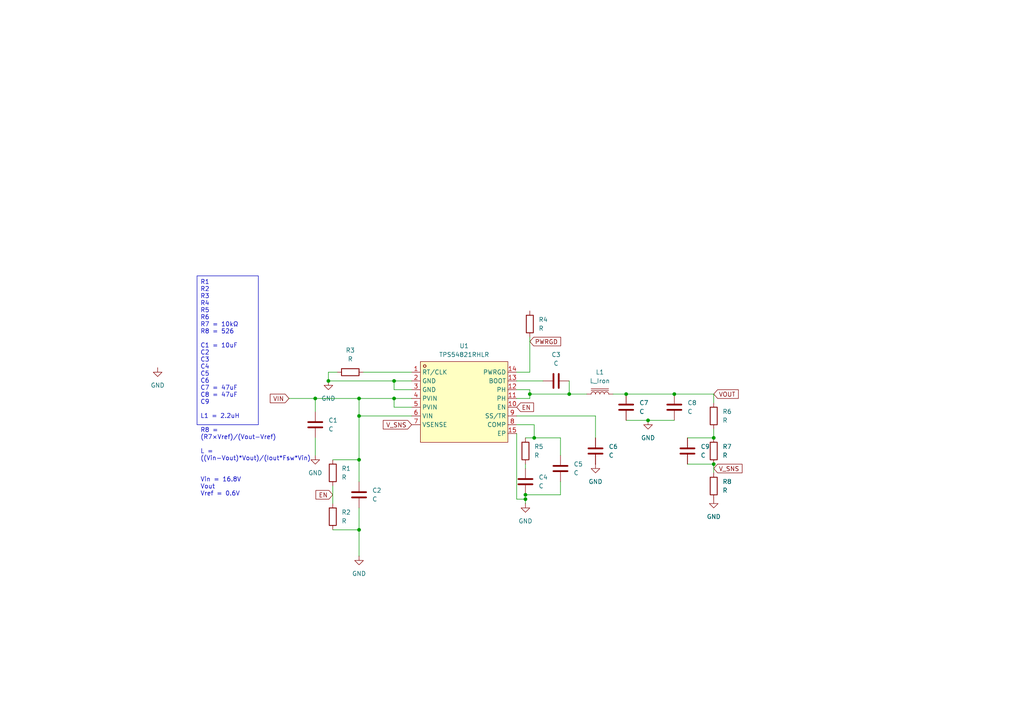
<source format=kicad_sch>
(kicad_sch (version 20231120) (generator "eeschema") (generator_version "8.0")
  (paper "A4")
  (lib_symbols
    (symbol "Device:C" (pin_numbers hide) (pin_names (offset 0.254))
      (property "Reference" "C" (at 0.635 2.54 0))
      (property "Value" "C" (at 0.635 -2.54 0))
      (symbol "C_0_1"
        (polyline (pts (xy -2.032 -0.762) (xy 2.032 -0.762)) (stroke (width 0.508)))
        (polyline (pts (xy -2.032 0.762) (xy 2.032 0.762)) (stroke (width 0.508)))
      )
      (symbol "C_1_1"
        (pin passive line (at 0 3.81 270) (length 2.794) (name "~") (number "1"))
        (pin passive line (at 0 -3.81 90) (length 2.794) (name "~") (number "2"))
      )
    )
    (symbol "Device:L_Iron" (pin_numbers hide) (pin_names (offset 1.016) hide)
      (property "Reference" "L" (at -1.27 0 90))
      (property "Value" "L_Iron" (at 2.794 0 90))
      (symbol "L_Iron_0_1"
        (arc (start 0 -2.54) (mid 0.6323 -1.905) (end 0 -1.27))
        (arc (start 0 -1.27) (mid 0.6323 -0.635) (end 0 0))
        (polyline (pts (xy 1.016 2.54) (xy 1.016 -2.54)))
        (polyline (pts (xy 1.524 -2.54) (xy 1.524 2.54)))
        (arc (start 0 0) (mid 0.6323 0.635) (end 0 1.27))
        (arc (start 0 1.27) (mid 0.6323 1.905) (end 0 2.54))
      )
      (symbol "L_Iron_1_1"
        (pin passive line (at 0 3.81 270) (length 1.27) (name "1") (number "1"))
        (pin passive line (at 0 -3.81 90) (length 1.27) (name "2") (number "2"))
      )
    )
    (symbol "Device:R" (pin_numbers hide) (pin_names (offset 0))
      (property "Reference" "R" (at 2.032 0 90))
      (property "Value" "R" (at 0 0 90))
      (symbol "R_0_1"
        (rectangle (start -1.016 -2.54) (end 1.016 2.54) (stroke (width 0.254)))
      )
      (symbol "R_1_1"
        (pin passive line (at 0 3.81 270) (length 1.27) (name "~") (number "1"))
        (pin passive line (at 0 -3.81 90) (length 1.27) (name "~") (number "2"))
      )
    )
    (symbol "easyeda2kicad:TPS54821RHLR"
      (property "Reference" "U" (at 0 12.7 0))
      (property "Value" "TPS54821RHLR" (at 0 -15.24 0))
      (symbol "TPS54821RHLR_0_1"
        (rectangle (start -12.7 10.67) (end 12.7 -12.7) (fill (type background)))
        (circle (center -11.43 9.4) (radius 0.38))
        (circle (center -11.43 9.4) (radius 0.38))
        (pin unspecified line (at -15.24 7.62 0) (length 2.54) (name "RT/CLK") (number "1"))
        (pin unspecified line (at 15.24 -2.54 180) (length 2.54) (name "EN") (number "10"))
        (pin unspecified line (at 15.24 0 180) (length 2.54) (name "PH") (number "11"))
        (pin unspecified line (at 15.24 2.54 180) (length 2.54) (name "PH") (number "12"))
        (pin unspecified line (at 15.24 5.08 180) (length 2.54) (name "BOOT") (number "13"))
        (pin unspecified line (at 15.24 7.62 180) (length 2.54) (name "PWRGD") (number "14"))
        (pin unspecified line (at 15.24 -10.16 180) (length 2.54) (name "EP") (number "15"))
        (pin unspecified line (at -15.24 5.08 0) (length 2.54) (name "GND") (number "2"))
        (pin unspecified line (at -15.24 2.54 0) (length 2.54) (name "GND") (number "3"))
        (pin unspecified line (at -15.24 0 0) (length 2.54) (name "PVIN") (number "4"))
        (pin unspecified line (at -15.24 -2.54 0) (length 2.54) (name "PVIN") (number "5"))
        (pin unspecified line (at -15.24 -5.08 0) (length 2.54) (name "VIN") (number "6"))
        (pin unspecified line (at -15.24 -7.62 0) (length 2.54) (name "VSENSE") (number "7"))
        (pin unspecified line (at 15.24 -7.62 180) (length 2.54) (name "COMP") (number "8"))
        (pin unspecified line (at 15.24 -5.08 180) (length 2.54) (name "SS/TR") (number "9"))
      )
    )
    (symbol "power:GND" (power) (pin_numbers hide) (pin_names (offset 0) hide)
      (property "Value" "GND" (at 0 -3.81 0))
      (symbol "GND_0_1"
        (polyline (pts (xy 0 0) (xy 0 -1.27) (xy 1.27 -1.27) (xy 0 -2.54) (xy -1.27 -1.27) (xy 0 -1.27)))
      )
      (symbol "GND_1_1"
        (pin power_in line (at 0 0 270) (length 0) (name "~") (number "1"))
      )
    )
  )
  (junction (at 153.67 114.3))
  (junction (at 104.14 120.65))
  (junction (at 104.14 115.57))
  (junction (at 165.1 114.3))
  (junction (at 207.01 134.62))
  (junction (at 104.14 153.67))
  (junction (at 187.96 121.92))
  (junction (at 114.3 115.57))
  (junction (at 154.94 127))
  (junction (at 195.58 114.3))
  (junction (at 181.61 114.3))
  (junction (at 104.14 133.35))
  (junction (at 207.01 127))
  (junction (at 152.4 143.51))
  (junction (at 114.3 110.49))
  (junction (at 95.25 110.49))
  (junction (at 91.44 115.57))
  (junction (at 152.4 144.78))
  (wire (pts (xy 95.25 107.95) (xy 97.79 107.95)))
  (wire (pts (xy 153.67 107.95) (xy 149.86 107.95)))
  (wire (pts (xy 119.38 113.03) (xy 114.3 113.03)))
  (wire (pts (xy 181.61 121.92) (xy 187.96 121.92)))
  (wire (pts (xy 96.52 153.67) (xy 104.14 153.67)))
  (wire (pts (xy 162.56 143.51) (xy 152.4 143.51)))
  (wire (pts (xy 152.4 146.05) (xy 152.4 144.78)))
  (wire (pts (xy 104.14 153.67) (xy 104.14 161.29)))
  (wire (pts (xy 104.14 120.65) (xy 104.14 115.57)))
  (wire (pts (xy 114.3 113.03) (xy 114.3 110.49)))
  (wire (pts (xy 104.14 133.35) (xy 104.14 120.65)))
  (wire (pts (xy 149.86 144.78) (xy 152.4 144.78)))
  (wire (pts (xy 152.4 135.89) (xy 152.4 134.62)))
  (wire (pts (xy 149.86 125.73) (xy 149.86 144.78)))
  (wire (pts (xy 91.44 115.57) (xy 104.14 115.57)))
  (wire (pts (xy 207.01 114.3) (xy 195.58 114.3)))
  (wire (pts (xy 207.01 137.16) (xy 207.01 134.62)))
  (wire (pts (xy 105.41 107.95) (xy 119.38 107.95)))
  (wire (pts (xy 181.61 114.3) (xy 177.8 114.3)))
  (wire (pts (xy 149.86 123.19) (xy 154.94 123.19)))
  (wire (pts (xy 104.14 147.32) (xy 104.14 153.67)))
  (wire (pts (xy 104.14 139.7) (xy 104.14 133.35)))
  (wire (pts (xy 91.44 115.57) (xy 91.44 119.38)))
  (wire (pts (xy 154.94 123.19) (xy 154.94 127)))
  (wire (pts (xy 162.56 127) (xy 162.56 132.08)))
  (wire (pts (xy 149.86 110.49) (xy 157.48 110.49)))
  (wire (pts (xy 96.52 140.97) (xy 96.52 146.05)))
  (wire (pts (xy 199.39 134.62) (xy 207.01 134.62)))
  (wire (pts (xy 162.56 139.7) (xy 162.56 143.51)))
  (wire (pts (xy 181.61 114.3) (xy 195.58 114.3)))
  (wire (pts (xy 114.3 115.57) (xy 119.38 115.57)))
  (wire (pts (xy 199.39 127) (xy 207.01 127)))
  (wire (pts (xy 104.14 120.65) (xy 119.38 120.65)))
  (wire (pts (xy 119.38 118.11) (xy 114.3 118.11)))
  (wire (pts (xy 153.67 113.03) (xy 149.86 113.03)))
  (wire (pts (xy 91.44 127) (xy 91.44 132.08)))
  (wire (pts (xy 165.1 114.3) (xy 153.67 114.3)))
  (wire (pts (xy 187.96 121.92) (xy 195.58 121.92)))
  (wire (pts (xy 152.4 127) (xy 154.94 127)))
  (wire (pts (xy 153.67 97.79) (xy 153.67 107.95)))
  (wire (pts (xy 172.72 120.65) (xy 172.72 127)))
  (wire (pts (xy 114.3 110.49) (xy 95.25 110.49)))
  (wire (pts (xy 114.3 118.11) (xy 114.3 115.57)))
  (wire (pts (xy 83.82 115.57) (xy 91.44 115.57)))
  (wire (pts (xy 207.01 127) (xy 207.01 124.46)))
  (wire (pts (xy 149.86 115.57) (xy 153.67 115.57)))
  (wire (pts (xy 153.67 114.3) (xy 153.67 115.57)))
  (wire (pts (xy 153.67 113.03) (xy 153.67 114.3)))
  (wire (pts (xy 207.01 116.84) (xy 207.01 114.3)))
  (wire (pts (xy 170.18 114.3) (xy 165.1 114.3)))
  (wire (pts (xy 149.86 120.65) (xy 172.72 120.65)))
  (wire (pts (xy 152.4 144.78) (xy 152.4 143.51)))
  (wire (pts (xy 95.25 107.95) (xy 95.25 110.49)))
  (wire (pts (xy 96.52 133.35) (xy 104.14 133.35)))
  (wire (pts (xy 104.14 115.57) (xy 114.3 115.57)))
  (wire (pts (xy 114.3 110.49) (xy 119.38 110.49)))
  (wire (pts (xy 165.1 114.3) (xy 165.1 110.49)))
  (wire (pts (xy 154.94 127) (xy 162.56 127)))
  (text_box "R1\nR2\nR3\nR4\nR5\nR6\nR7 = 10kΩ\nR8 = 526\n\nC1 = 10uF\nC2\nC3\nC4\nC5\nC6\nC7 = 47uF\nC8 = 47uF\nC9\n\nL1 = 2.2uH \n\nR8 = (​R7×Vref​​)/(Vout​−Vref)\n\nL = ((Vin-Vout)*Vout)/(Iout*Fsw*Vin)\n\n\nVin = 16.8V\nVout\nVref = 0.6V\n" (at 57.15 80.01 0) (size 17.78 43.18) (effects (font (size 1.27 1.27)) (justify left top)))
  (global_label "VOUT" (shape input) (at 207.01 114.3 0) (property "Intersheetrefs" "${INTERSHEET_REFS}" (effects (hide yes))))
  (global_label "EN" (shape input) (at 149.86 118.11 0) (property "Intersheetrefs" "${INTERSHEET_REFS}" (effects (hide yes))))
  (global_label "VIN" (shape input) (at 83.82 115.57 180) (property "Intersheetrefs" "${INTERSHEET_REFS}" (effects (hide yes))))
  (global_label "V_SNS" (shape input) (at 207.01 135.89 0) (property "Intersheetrefs" "${INTERSHEET_REFS}" (effects (hide yes))))
  (global_label "PWRGD" (shape input) (at 153.67 99.06 0) (property "Intersheetrefs" "${INTERSHEET_REFS}" (effects (hide yes))))
  (global_label "V_SNS" (shape input) (at 119.38 123.19 180) (property "Intersheetrefs" "${INTERSHEET_REFS}" (effects (hide yes))))
  (global_label "EN" (shape input) (at 96.52 143.51 180) (property "Intersheetrefs" "${INTERSHEET_REFS}" (effects (hide yes))))
  (symbol (lib_id "Device:C") (at 162.56 135.89 0) (unit 1)
    (property "Reference" "C5" (at 166.37 134.6199 0) (effects (justify left)))
    (property "Value" "C" (at 166.37 137.1599 0) (effects (justify left)))
    (property "Description" "Unpolarized capacitor" (effects (hide yes)))
  )
  (symbol (lib_id "Device:R") (at 96.52 149.86 0) (unit 1)
    (property "Reference" "R2" (at 99.06 148.5899 0) (effects (justify left)))
    (property "Value" "R" (at 99.06 151.1299 0) (effects (justify left)))
    (property "Footprint" "Resistor_SMD:R_0603_1608Metric" (effects (hide yes)))
    (property "Description" "Resistor" (effects (hide yes)))
  )
  (symbol (lib_id "Device:R") (at 207.01 120.65 0) (unit 1)
    (property "Reference" "R6" (at 209.55 119.3799 0) (effects (justify left)))
    (property "Value" "R" (at 209.55 121.9199 0) (effects (justify left)))
    (property "Footprint" "Resistor_SMD:R_0603_1608Metric" (effects (hide yes)))
    (property "Description" "Resistor" (effects (hide yes)))
  )
  (symbol (lib_id "Device:C") (at 181.61 118.11 0) (unit 1)
    (property "Reference" "C7" (at 185.42 116.8399 0) (effects (justify left)))
    (property "Value" "C" (at 185.42 119.3799 0) (effects (justify left)))
    (property "Description" "Unpolarized capacitor" (effects (hide yes)))
  )
  (symbol (lib_id "Device:R") (at 207.01 140.97 0) (unit 1)
    (property "Reference" "R8" (at 209.55 139.6999 0) (effects (justify left)))
    (property "Value" "R" (at 209.55 142.2399 0) (effects (justify left)))
    (property "Footprint" "Resistor_SMD:R_0603_1608Metric" (effects (hide yes)))
    (property "Description" "Resistor" (effects (hide yes)))
  )
  (symbol (lib_id "power:GND") (at 172.72 134.62 0) (unit 1)
    (property "Reference" "#PWR08" (effects (hide yes)))
    (property "Value" "GND" (at 172.72 139.7 0))
    (property "Description" "Power symbol creates a global label with name \"GND\" , ground" (effects (hide yes)))
  )
  (symbol (lib_id "Device:C") (at 199.39 130.81 0) (unit 1)
    (property "Reference" "C9" (at 203.2 129.5399 0) (effects (justify left)))
    (property "Value" "C" (at 203.2 132.0799 0) (effects (justify left)))
    (property "Description" "Unpolarized capacitor" (effects (hide yes)))
  )
  (symbol (lib_id "Device:C") (at 91.44 123.19 0) (unit 1)
    (property "Reference" "C1" (at 95.25 121.9199 0) (effects (justify left)))
    (property "Value" "C" (at 95.25 124.4599 0) (effects (justify left)))
    (property "Description" "Unpolarized capacitor" (effects (hide yes)))
  )
  (symbol (lib_id "easyeda2kicad:TPS54821RHLR") (at 134.62 115.57 0) (unit 1)
    (property "Reference" "U1" (at 134.62 100.33 0))
    (property "Value" "TPS54821RHLR" (at 134.62 102.87 0))
    (property "Footprint" "easyeda2kicad:VQFN-14_L3.5-W3.5-P0.50-TL-EP_TPS54622RHLT" (effects (hide yes)))
    (property "Datasheet" "https://lcsc.com/product-detail/DC-DC-Converters_TI_TPS54821RHLR_TPS54821RHLR_C57461.html" (effects (hide yes)))
    (property "LCSC Part" "C57461" (effects (hide yes)))
  )
  (symbol (lib_id "Device:C") (at 104.14 143.51 0) (unit 1)
    (property "Reference" "C2" (at 107.95 142.2399 0) (effects (justify left)))
    (property "Value" "C" (at 107.95 144.7799 0) (effects (justify left)))
    (property "Description" "Unpolarized capacitor" (effects (hide yes)))
  )
  (symbol (lib_id "Device:R") (at 152.4 130.81 0) (unit 1)
    (property "Reference" "R5" (at 154.94 129.5399 0) (effects (justify left)))
    (property "Value" "R" (at 154.94 132.0799 0) (effects (justify left)))
    (property "Footprint" "Resistor_SMD:R_0603_1608Metric" (effects (hide yes)))
    (property "Description" "Resistor" (effects (hide yes)))
  )
  (symbol (lib_id "Device:C") (at 172.72 130.81 0) (unit 1)
    (property "Reference" "C6" (at 176.53 129.5399 0) (effects (justify left)))
    (property "Value" "C" (at 176.53 132.0799 0) (effects (justify left)))
    (property "Description" "Unpolarized capacitor" (effects (hide yes)))
  )
  (symbol (lib_id "Device:C") (at 161.29 110.49 90) (unit 1)
    (property "Reference" "C3" (at 161.29 102.87 90))
    (property "Value" "C" (at 161.29 105.41 90))
    (property "Description" "Unpolarized capacitor" (effects (hide yes)))
  )
  (symbol (lib_id "Device:R") (at 207.01 130.81 0) (unit 1)
    (property "Reference" "R7" (at 209.55 129.5399 0) (effects (justify left)))
    (property "Value" "R" (at 209.55 132.0799 0) (effects (justify left)))
    (property "Footprint" "Resistor_SMD:R_0603_1608Metric" (effects (hide yes)))
    (property "Description" "Resistor" (effects (hide yes)))
  )
  (symbol (lib_id "Device:R") (at 96.52 137.16 0) (unit 1)
    (property "Reference" "R1" (at 99.06 135.8899 0) (effects (justify left)))
    (property "Value" "R" (at 99.06 138.4299 0) (effects (justify left)))
    (property "Footprint" "Resistor_SMD:R_0603_1608Metric" (effects (hide yes)))
    (property "Description" "Resistor" (effects (hide yes)))
  )
  (symbol (lib_id "power:GND") (at 104.14 161.29 0) (unit 1)
    (property "Reference" "#PWR04" (effects (hide yes)))
    (property "Value" "GND" (at 104.14 166.37 0))
    (property "Description" "Power symbol creates a global label with name \"GND\" , ground" (effects (hide yes)))
  )
  (symbol (lib_id "power:GND") (at 152.4 146.05 0) (unit 1)
    (property "Reference" "#PWR06" (effects (hide yes)))
    (property "Value" "GND" (at 152.4 151.13 0))
    (property "Description" "Power symbol creates a global label with name \"GND\" , ground" (effects (hide yes)))
  )
  (symbol (lib_id "power:GND") (at 45.72 106.68 0) (unit 1)
    (property "Reference" "#PWR01" (effects (hide yes)))
    (property "Value" "GND" (at 45.72 111.76 0))
    (property "Description" "Power symbol creates a global label with name \"GND\" , ground" (effects (hide yes)))
  )
  (symbol (lib_id "Device:R") (at 101.6 107.95 90) (unit 1)
    (property "Reference" "R3" (at 101.6 101.6 90))
    (property "Value" "R" (at 101.6 104.14 90))
    (property "Footprint" "Resistor_SMD:R_0603_1608Metric" (effects (hide yes)))
    (property "Description" "Resistor" (effects (hide yes)))
  )
  (symbol (lib_id "Device:C") (at 152.4 139.7 0) (unit 1)
    (property "Reference" "C4" (at 156.21 138.4299 0) (effects (justify left)))
    (property "Value" "C" (at 156.21 140.9699 0) (effects (justify left)))
    (property "Description" "Unpolarized capacitor" (effects (hide yes)))
  )
  (symbol (lib_id "Device:C") (at 195.58 118.11 0) (unit 1)
    (property "Reference" "C8" (at 199.39 116.8399 0) (effects (justify left)))
    (property "Value" "C" (at 199.39 119.3799 0) (effects (justify left)))
    (property "Description" "Unpolarized capacitor" (effects (hide yes)))
  )
  (symbol (lib_id "power:GND") (at 91.44 132.08 0) (unit 1)
    (property "Reference" "#PWR03" (effects (hide yes)))
    (property "Value" "GND" (at 91.44 137.16 0))
    (property "Description" "Power symbol creates a global label with name \"GND\" , ground" (effects (hide yes)))
  )
  (symbol (lib_id "power:GND") (at 95.25 110.49 0) (unit 1)
    (property "Reference" "#PWR02" (effects (hide yes)))
    (property "Value" "GND" (at 95.25 115.57 0))
    (property "Description" "Power symbol creates a global label with name \"GND\" , ground" (effects (hide yes)))
  )
  (symbol (lib_id "power:GND") (at 207.01 144.78 0) (unit 1)
    (property "Reference" "#PWR07" (effects (hide yes)))
    (property "Value" "GND" (at 207.01 149.86 0))
    (property "Description" "Power symbol creates a global label with name \"GND\" , ground" (effects (hide yes)))
  )
  (symbol (lib_id "Device:L_Iron") (at 173.99 114.3 90) (unit 1)
    (property "Reference" "L1" (at 173.99 107.95 90))
    (property "Value" "L_Iron" (at 173.99 110.49 90))
    (property "Description" "Inductor with iron core" (effects (hide yes)))
  )
  (symbol (lib_id "power:GND") (at 187.96 121.92 0) (unit 1)
    (property "Reference" "#PWR05" (effects (hide yes)))
    (property "Value" "GND" (at 187.96 127 0))
    (property "Description" "Power symbol creates a global label with name \"GND\" , ground" (effects (hide yes)))
  )
  (symbol (lib_id "Device:R") (at 153.67 93.98 0) (unit 1)
    (property "Reference" "R4" (at 156.21 92.7099 0) (effects (justify left)))
    (property "Value" "R" (at 156.21 95.2499 0) (effects (justify left)))
    (property "Footprint" "Resistor_SMD:R_0603_1608Metric" (effects (hide yes)))
    (property "Description" "Resistor" (effects (hide yes)))
  )
)
</source>
